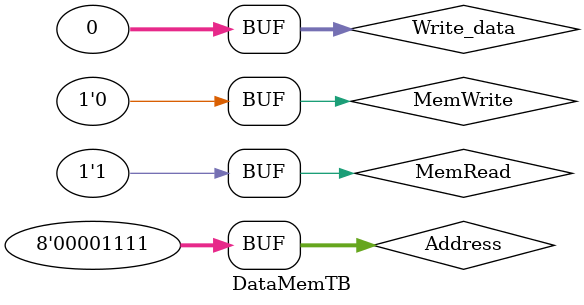
<source format=v>
module DataMemTB;

	reg MemWrite, MemRead;
	reg [7:0] Address;
	reg [31:0] Write_data;
	wire [31:0] Read_data;


	DataMem dataTest(MemWrite, MemRead, Address, Write_data, Read_data);

	initial begin
		MemWrite = 1; MemRead = 0; Address = 5; 	Write_data = 32; #5;
		MemWrite = 1; MemRead = 0; Address = 15; 	Write_data = 104; #5;
		MemWrite = 0; MemRead = 1; Address = 5; 	Write_data = 0; #5;
		MemWrite = 0; MemRead = 1; Address = 15; 	Write_data = 0; #5;
	end

	initial begin
		$monitor($time, " MemWrite= %d MemRead= %d Address= %d Write_data= %d Read_data= %d", MemWrite,MemRead,Address,Write_data,Read_data);
	end

endmodule 

</source>
